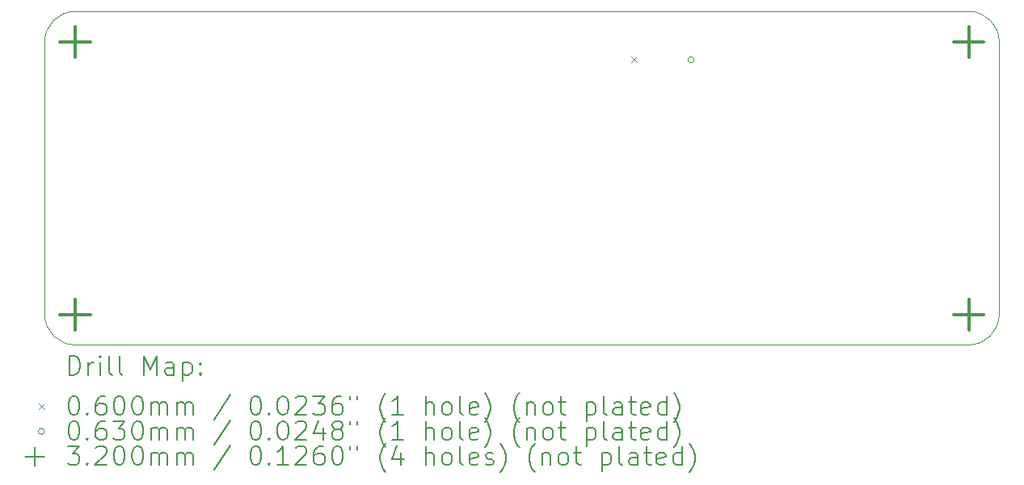
<source format=gbr>
%TF.GenerationSoftware,KiCad,Pcbnew,9.0.2+1*%
%TF.CreationDate,2025-05-31T23:41:08+01:00*%
%TF.ProjectId,OBC,4f42432e-6b69-4636-9164-5f7063625858,rev?*%
%TF.SameCoordinates,Original*%
%TF.FileFunction,Drillmap*%
%TF.FilePolarity,Positive*%
%FSLAX45Y45*%
G04 Gerber Fmt 4.5, Leading zero omitted, Abs format (unit mm)*
G04 Created by KiCad (PCBNEW 9.0.2+1) date 2025-05-31 23:41:08*
%MOMM*%
%LPD*%
G01*
G04 APERTURE LIST*
%ADD10C,0.050000*%
%ADD11C,0.200000*%
%ADD12C,0.100000*%
%ADD13C,0.320000*%
G04 APERTURE END LIST*
D10*
X10338000Y-10181000D02*
X19698000Y-10181000D01*
X10018000Y-7001000D02*
X10018000Y-9861000D01*
X19698000Y-6681000D02*
G75*
G02*
X20018000Y-7001000I0J-320000D01*
G01*
X20018000Y-7001000D02*
X20018000Y-9861000D01*
X20018000Y-9861000D02*
G75*
G02*
X19698000Y-10181000I-320000J0D01*
G01*
X10018000Y-7001000D02*
G75*
G02*
X10338000Y-6681000I320000J0D01*
G01*
X10338000Y-10181000D02*
G75*
G02*
X10018000Y-9861000I0J320000D01*
G01*
X19698000Y-6681000D02*
X10338000Y-6681000D01*
D11*
D12*
X16158925Y-7157250D02*
X16218925Y-7217250D01*
X16218925Y-7157250D02*
X16158925Y-7217250D01*
X16820425Y-7187250D02*
G75*
G02*
X16757425Y-7187250I-31500J0D01*
G01*
X16757425Y-7187250D02*
G75*
G02*
X16820425Y-7187250I31500J0D01*
G01*
D13*
X10338000Y-6841000D02*
X10338000Y-7161000D01*
X10178000Y-7001000D02*
X10498000Y-7001000D01*
X10338000Y-9701000D02*
X10338000Y-10021000D01*
X10178000Y-9861000D02*
X10498000Y-9861000D01*
X19698000Y-6841000D02*
X19698000Y-7161000D01*
X19538000Y-7001000D02*
X19858000Y-7001000D01*
X19698000Y-9701000D02*
X19698000Y-10021000D01*
X19538000Y-9861000D02*
X19858000Y-9861000D01*
D11*
X10276277Y-10494984D02*
X10276277Y-10294984D01*
X10276277Y-10294984D02*
X10323896Y-10294984D01*
X10323896Y-10294984D02*
X10352467Y-10304508D01*
X10352467Y-10304508D02*
X10371515Y-10323555D01*
X10371515Y-10323555D02*
X10381039Y-10342603D01*
X10381039Y-10342603D02*
X10390563Y-10380698D01*
X10390563Y-10380698D02*
X10390563Y-10409270D01*
X10390563Y-10409270D02*
X10381039Y-10447365D01*
X10381039Y-10447365D02*
X10371515Y-10466412D01*
X10371515Y-10466412D02*
X10352467Y-10485460D01*
X10352467Y-10485460D02*
X10323896Y-10494984D01*
X10323896Y-10494984D02*
X10276277Y-10494984D01*
X10476277Y-10494984D02*
X10476277Y-10361650D01*
X10476277Y-10399746D02*
X10485801Y-10380698D01*
X10485801Y-10380698D02*
X10495324Y-10371174D01*
X10495324Y-10371174D02*
X10514372Y-10361650D01*
X10514372Y-10361650D02*
X10533420Y-10361650D01*
X10600086Y-10494984D02*
X10600086Y-10361650D01*
X10600086Y-10294984D02*
X10590563Y-10304508D01*
X10590563Y-10304508D02*
X10600086Y-10314031D01*
X10600086Y-10314031D02*
X10609610Y-10304508D01*
X10609610Y-10304508D02*
X10600086Y-10294984D01*
X10600086Y-10294984D02*
X10600086Y-10314031D01*
X10723896Y-10494984D02*
X10704848Y-10485460D01*
X10704848Y-10485460D02*
X10695324Y-10466412D01*
X10695324Y-10466412D02*
X10695324Y-10294984D01*
X10828658Y-10494984D02*
X10809610Y-10485460D01*
X10809610Y-10485460D02*
X10800086Y-10466412D01*
X10800086Y-10466412D02*
X10800086Y-10294984D01*
X11057229Y-10494984D02*
X11057229Y-10294984D01*
X11057229Y-10294984D02*
X11123896Y-10437841D01*
X11123896Y-10437841D02*
X11190562Y-10294984D01*
X11190562Y-10294984D02*
X11190562Y-10494984D01*
X11371515Y-10494984D02*
X11371515Y-10390222D01*
X11371515Y-10390222D02*
X11361991Y-10371174D01*
X11361991Y-10371174D02*
X11342943Y-10361650D01*
X11342943Y-10361650D02*
X11304848Y-10361650D01*
X11304848Y-10361650D02*
X11285801Y-10371174D01*
X11371515Y-10485460D02*
X11352467Y-10494984D01*
X11352467Y-10494984D02*
X11304848Y-10494984D01*
X11304848Y-10494984D02*
X11285801Y-10485460D01*
X11285801Y-10485460D02*
X11276277Y-10466412D01*
X11276277Y-10466412D02*
X11276277Y-10447365D01*
X11276277Y-10447365D02*
X11285801Y-10428317D01*
X11285801Y-10428317D02*
X11304848Y-10418793D01*
X11304848Y-10418793D02*
X11352467Y-10418793D01*
X11352467Y-10418793D02*
X11371515Y-10409270D01*
X11466753Y-10361650D02*
X11466753Y-10561650D01*
X11466753Y-10371174D02*
X11485801Y-10361650D01*
X11485801Y-10361650D02*
X11523896Y-10361650D01*
X11523896Y-10361650D02*
X11542943Y-10371174D01*
X11542943Y-10371174D02*
X11552467Y-10380698D01*
X11552467Y-10380698D02*
X11561991Y-10399746D01*
X11561991Y-10399746D02*
X11561991Y-10456889D01*
X11561991Y-10456889D02*
X11552467Y-10475936D01*
X11552467Y-10475936D02*
X11542943Y-10485460D01*
X11542943Y-10485460D02*
X11523896Y-10494984D01*
X11523896Y-10494984D02*
X11485801Y-10494984D01*
X11485801Y-10494984D02*
X11466753Y-10485460D01*
X11647705Y-10475936D02*
X11657229Y-10485460D01*
X11657229Y-10485460D02*
X11647705Y-10494984D01*
X11647705Y-10494984D02*
X11638182Y-10485460D01*
X11638182Y-10485460D02*
X11647705Y-10475936D01*
X11647705Y-10475936D02*
X11647705Y-10494984D01*
X11647705Y-10371174D02*
X11657229Y-10380698D01*
X11657229Y-10380698D02*
X11647705Y-10390222D01*
X11647705Y-10390222D02*
X11638182Y-10380698D01*
X11638182Y-10380698D02*
X11647705Y-10371174D01*
X11647705Y-10371174D02*
X11647705Y-10390222D01*
D12*
X9955500Y-10793500D02*
X10015500Y-10853500D01*
X10015500Y-10793500D02*
X9955500Y-10853500D01*
D11*
X10314372Y-10714984D02*
X10333420Y-10714984D01*
X10333420Y-10714984D02*
X10352467Y-10724508D01*
X10352467Y-10724508D02*
X10361991Y-10734031D01*
X10361991Y-10734031D02*
X10371515Y-10753079D01*
X10371515Y-10753079D02*
X10381039Y-10791174D01*
X10381039Y-10791174D02*
X10381039Y-10838793D01*
X10381039Y-10838793D02*
X10371515Y-10876889D01*
X10371515Y-10876889D02*
X10361991Y-10895936D01*
X10361991Y-10895936D02*
X10352467Y-10905460D01*
X10352467Y-10905460D02*
X10333420Y-10914984D01*
X10333420Y-10914984D02*
X10314372Y-10914984D01*
X10314372Y-10914984D02*
X10295324Y-10905460D01*
X10295324Y-10905460D02*
X10285801Y-10895936D01*
X10285801Y-10895936D02*
X10276277Y-10876889D01*
X10276277Y-10876889D02*
X10266753Y-10838793D01*
X10266753Y-10838793D02*
X10266753Y-10791174D01*
X10266753Y-10791174D02*
X10276277Y-10753079D01*
X10276277Y-10753079D02*
X10285801Y-10734031D01*
X10285801Y-10734031D02*
X10295324Y-10724508D01*
X10295324Y-10724508D02*
X10314372Y-10714984D01*
X10466753Y-10895936D02*
X10476277Y-10905460D01*
X10476277Y-10905460D02*
X10466753Y-10914984D01*
X10466753Y-10914984D02*
X10457229Y-10905460D01*
X10457229Y-10905460D02*
X10466753Y-10895936D01*
X10466753Y-10895936D02*
X10466753Y-10914984D01*
X10647705Y-10714984D02*
X10609610Y-10714984D01*
X10609610Y-10714984D02*
X10590563Y-10724508D01*
X10590563Y-10724508D02*
X10581039Y-10734031D01*
X10581039Y-10734031D02*
X10561991Y-10762603D01*
X10561991Y-10762603D02*
X10552467Y-10800698D01*
X10552467Y-10800698D02*
X10552467Y-10876889D01*
X10552467Y-10876889D02*
X10561991Y-10895936D01*
X10561991Y-10895936D02*
X10571515Y-10905460D01*
X10571515Y-10905460D02*
X10590563Y-10914984D01*
X10590563Y-10914984D02*
X10628658Y-10914984D01*
X10628658Y-10914984D02*
X10647705Y-10905460D01*
X10647705Y-10905460D02*
X10657229Y-10895936D01*
X10657229Y-10895936D02*
X10666753Y-10876889D01*
X10666753Y-10876889D02*
X10666753Y-10829270D01*
X10666753Y-10829270D02*
X10657229Y-10810222D01*
X10657229Y-10810222D02*
X10647705Y-10800698D01*
X10647705Y-10800698D02*
X10628658Y-10791174D01*
X10628658Y-10791174D02*
X10590563Y-10791174D01*
X10590563Y-10791174D02*
X10571515Y-10800698D01*
X10571515Y-10800698D02*
X10561991Y-10810222D01*
X10561991Y-10810222D02*
X10552467Y-10829270D01*
X10790563Y-10714984D02*
X10809610Y-10714984D01*
X10809610Y-10714984D02*
X10828658Y-10724508D01*
X10828658Y-10724508D02*
X10838182Y-10734031D01*
X10838182Y-10734031D02*
X10847705Y-10753079D01*
X10847705Y-10753079D02*
X10857229Y-10791174D01*
X10857229Y-10791174D02*
X10857229Y-10838793D01*
X10857229Y-10838793D02*
X10847705Y-10876889D01*
X10847705Y-10876889D02*
X10838182Y-10895936D01*
X10838182Y-10895936D02*
X10828658Y-10905460D01*
X10828658Y-10905460D02*
X10809610Y-10914984D01*
X10809610Y-10914984D02*
X10790563Y-10914984D01*
X10790563Y-10914984D02*
X10771515Y-10905460D01*
X10771515Y-10905460D02*
X10761991Y-10895936D01*
X10761991Y-10895936D02*
X10752467Y-10876889D01*
X10752467Y-10876889D02*
X10742944Y-10838793D01*
X10742944Y-10838793D02*
X10742944Y-10791174D01*
X10742944Y-10791174D02*
X10752467Y-10753079D01*
X10752467Y-10753079D02*
X10761991Y-10734031D01*
X10761991Y-10734031D02*
X10771515Y-10724508D01*
X10771515Y-10724508D02*
X10790563Y-10714984D01*
X10981039Y-10714984D02*
X11000086Y-10714984D01*
X11000086Y-10714984D02*
X11019134Y-10724508D01*
X11019134Y-10724508D02*
X11028658Y-10734031D01*
X11028658Y-10734031D02*
X11038182Y-10753079D01*
X11038182Y-10753079D02*
X11047705Y-10791174D01*
X11047705Y-10791174D02*
X11047705Y-10838793D01*
X11047705Y-10838793D02*
X11038182Y-10876889D01*
X11038182Y-10876889D02*
X11028658Y-10895936D01*
X11028658Y-10895936D02*
X11019134Y-10905460D01*
X11019134Y-10905460D02*
X11000086Y-10914984D01*
X11000086Y-10914984D02*
X10981039Y-10914984D01*
X10981039Y-10914984D02*
X10961991Y-10905460D01*
X10961991Y-10905460D02*
X10952467Y-10895936D01*
X10952467Y-10895936D02*
X10942944Y-10876889D01*
X10942944Y-10876889D02*
X10933420Y-10838793D01*
X10933420Y-10838793D02*
X10933420Y-10791174D01*
X10933420Y-10791174D02*
X10942944Y-10753079D01*
X10942944Y-10753079D02*
X10952467Y-10734031D01*
X10952467Y-10734031D02*
X10961991Y-10724508D01*
X10961991Y-10724508D02*
X10981039Y-10714984D01*
X11133420Y-10914984D02*
X11133420Y-10781650D01*
X11133420Y-10800698D02*
X11142944Y-10791174D01*
X11142944Y-10791174D02*
X11161991Y-10781650D01*
X11161991Y-10781650D02*
X11190563Y-10781650D01*
X11190563Y-10781650D02*
X11209610Y-10791174D01*
X11209610Y-10791174D02*
X11219134Y-10810222D01*
X11219134Y-10810222D02*
X11219134Y-10914984D01*
X11219134Y-10810222D02*
X11228658Y-10791174D01*
X11228658Y-10791174D02*
X11247705Y-10781650D01*
X11247705Y-10781650D02*
X11276277Y-10781650D01*
X11276277Y-10781650D02*
X11295324Y-10791174D01*
X11295324Y-10791174D02*
X11304848Y-10810222D01*
X11304848Y-10810222D02*
X11304848Y-10914984D01*
X11400086Y-10914984D02*
X11400086Y-10781650D01*
X11400086Y-10800698D02*
X11409610Y-10791174D01*
X11409610Y-10791174D02*
X11428658Y-10781650D01*
X11428658Y-10781650D02*
X11457229Y-10781650D01*
X11457229Y-10781650D02*
X11476277Y-10791174D01*
X11476277Y-10791174D02*
X11485801Y-10810222D01*
X11485801Y-10810222D02*
X11485801Y-10914984D01*
X11485801Y-10810222D02*
X11495324Y-10791174D01*
X11495324Y-10791174D02*
X11514372Y-10781650D01*
X11514372Y-10781650D02*
X11542943Y-10781650D01*
X11542943Y-10781650D02*
X11561991Y-10791174D01*
X11561991Y-10791174D02*
X11571515Y-10810222D01*
X11571515Y-10810222D02*
X11571515Y-10914984D01*
X11961991Y-10705460D02*
X11790563Y-10962603D01*
X12219134Y-10714984D02*
X12238182Y-10714984D01*
X12238182Y-10714984D02*
X12257229Y-10724508D01*
X12257229Y-10724508D02*
X12266753Y-10734031D01*
X12266753Y-10734031D02*
X12276277Y-10753079D01*
X12276277Y-10753079D02*
X12285801Y-10791174D01*
X12285801Y-10791174D02*
X12285801Y-10838793D01*
X12285801Y-10838793D02*
X12276277Y-10876889D01*
X12276277Y-10876889D02*
X12266753Y-10895936D01*
X12266753Y-10895936D02*
X12257229Y-10905460D01*
X12257229Y-10905460D02*
X12238182Y-10914984D01*
X12238182Y-10914984D02*
X12219134Y-10914984D01*
X12219134Y-10914984D02*
X12200086Y-10905460D01*
X12200086Y-10905460D02*
X12190563Y-10895936D01*
X12190563Y-10895936D02*
X12181039Y-10876889D01*
X12181039Y-10876889D02*
X12171515Y-10838793D01*
X12171515Y-10838793D02*
X12171515Y-10791174D01*
X12171515Y-10791174D02*
X12181039Y-10753079D01*
X12181039Y-10753079D02*
X12190563Y-10734031D01*
X12190563Y-10734031D02*
X12200086Y-10724508D01*
X12200086Y-10724508D02*
X12219134Y-10714984D01*
X12371515Y-10895936D02*
X12381039Y-10905460D01*
X12381039Y-10905460D02*
X12371515Y-10914984D01*
X12371515Y-10914984D02*
X12361991Y-10905460D01*
X12361991Y-10905460D02*
X12371515Y-10895936D01*
X12371515Y-10895936D02*
X12371515Y-10914984D01*
X12504848Y-10714984D02*
X12523896Y-10714984D01*
X12523896Y-10714984D02*
X12542944Y-10724508D01*
X12542944Y-10724508D02*
X12552467Y-10734031D01*
X12552467Y-10734031D02*
X12561991Y-10753079D01*
X12561991Y-10753079D02*
X12571515Y-10791174D01*
X12571515Y-10791174D02*
X12571515Y-10838793D01*
X12571515Y-10838793D02*
X12561991Y-10876889D01*
X12561991Y-10876889D02*
X12552467Y-10895936D01*
X12552467Y-10895936D02*
X12542944Y-10905460D01*
X12542944Y-10905460D02*
X12523896Y-10914984D01*
X12523896Y-10914984D02*
X12504848Y-10914984D01*
X12504848Y-10914984D02*
X12485801Y-10905460D01*
X12485801Y-10905460D02*
X12476277Y-10895936D01*
X12476277Y-10895936D02*
X12466753Y-10876889D01*
X12466753Y-10876889D02*
X12457229Y-10838793D01*
X12457229Y-10838793D02*
X12457229Y-10791174D01*
X12457229Y-10791174D02*
X12466753Y-10753079D01*
X12466753Y-10753079D02*
X12476277Y-10734031D01*
X12476277Y-10734031D02*
X12485801Y-10724508D01*
X12485801Y-10724508D02*
X12504848Y-10714984D01*
X12647706Y-10734031D02*
X12657229Y-10724508D01*
X12657229Y-10724508D02*
X12676277Y-10714984D01*
X12676277Y-10714984D02*
X12723896Y-10714984D01*
X12723896Y-10714984D02*
X12742944Y-10724508D01*
X12742944Y-10724508D02*
X12752467Y-10734031D01*
X12752467Y-10734031D02*
X12761991Y-10753079D01*
X12761991Y-10753079D02*
X12761991Y-10772127D01*
X12761991Y-10772127D02*
X12752467Y-10800698D01*
X12752467Y-10800698D02*
X12638182Y-10914984D01*
X12638182Y-10914984D02*
X12761991Y-10914984D01*
X12828658Y-10714984D02*
X12952467Y-10714984D01*
X12952467Y-10714984D02*
X12885801Y-10791174D01*
X12885801Y-10791174D02*
X12914372Y-10791174D01*
X12914372Y-10791174D02*
X12933420Y-10800698D01*
X12933420Y-10800698D02*
X12942944Y-10810222D01*
X12942944Y-10810222D02*
X12952467Y-10829270D01*
X12952467Y-10829270D02*
X12952467Y-10876889D01*
X12952467Y-10876889D02*
X12942944Y-10895936D01*
X12942944Y-10895936D02*
X12933420Y-10905460D01*
X12933420Y-10905460D02*
X12914372Y-10914984D01*
X12914372Y-10914984D02*
X12857229Y-10914984D01*
X12857229Y-10914984D02*
X12838182Y-10905460D01*
X12838182Y-10905460D02*
X12828658Y-10895936D01*
X13123896Y-10714984D02*
X13085801Y-10714984D01*
X13085801Y-10714984D02*
X13066753Y-10724508D01*
X13066753Y-10724508D02*
X13057229Y-10734031D01*
X13057229Y-10734031D02*
X13038182Y-10762603D01*
X13038182Y-10762603D02*
X13028658Y-10800698D01*
X13028658Y-10800698D02*
X13028658Y-10876889D01*
X13028658Y-10876889D02*
X13038182Y-10895936D01*
X13038182Y-10895936D02*
X13047706Y-10905460D01*
X13047706Y-10905460D02*
X13066753Y-10914984D01*
X13066753Y-10914984D02*
X13104848Y-10914984D01*
X13104848Y-10914984D02*
X13123896Y-10905460D01*
X13123896Y-10905460D02*
X13133420Y-10895936D01*
X13133420Y-10895936D02*
X13142944Y-10876889D01*
X13142944Y-10876889D02*
X13142944Y-10829270D01*
X13142944Y-10829270D02*
X13133420Y-10810222D01*
X13133420Y-10810222D02*
X13123896Y-10800698D01*
X13123896Y-10800698D02*
X13104848Y-10791174D01*
X13104848Y-10791174D02*
X13066753Y-10791174D01*
X13066753Y-10791174D02*
X13047706Y-10800698D01*
X13047706Y-10800698D02*
X13038182Y-10810222D01*
X13038182Y-10810222D02*
X13028658Y-10829270D01*
X13219134Y-10714984D02*
X13219134Y-10753079D01*
X13295325Y-10714984D02*
X13295325Y-10753079D01*
X13590563Y-10991174D02*
X13581039Y-10981650D01*
X13581039Y-10981650D02*
X13561991Y-10953079D01*
X13561991Y-10953079D02*
X13552468Y-10934031D01*
X13552468Y-10934031D02*
X13542944Y-10905460D01*
X13542944Y-10905460D02*
X13533420Y-10857841D01*
X13533420Y-10857841D02*
X13533420Y-10819746D01*
X13533420Y-10819746D02*
X13542944Y-10772127D01*
X13542944Y-10772127D02*
X13552468Y-10743555D01*
X13552468Y-10743555D02*
X13561991Y-10724508D01*
X13561991Y-10724508D02*
X13581039Y-10695936D01*
X13581039Y-10695936D02*
X13590563Y-10686412D01*
X13771515Y-10914984D02*
X13657229Y-10914984D01*
X13714372Y-10914984D02*
X13714372Y-10714984D01*
X13714372Y-10714984D02*
X13695325Y-10743555D01*
X13695325Y-10743555D02*
X13676277Y-10762603D01*
X13676277Y-10762603D02*
X13657229Y-10772127D01*
X14009610Y-10914984D02*
X14009610Y-10714984D01*
X14095325Y-10914984D02*
X14095325Y-10810222D01*
X14095325Y-10810222D02*
X14085801Y-10791174D01*
X14085801Y-10791174D02*
X14066753Y-10781650D01*
X14066753Y-10781650D02*
X14038182Y-10781650D01*
X14038182Y-10781650D02*
X14019134Y-10791174D01*
X14019134Y-10791174D02*
X14009610Y-10800698D01*
X14219134Y-10914984D02*
X14200087Y-10905460D01*
X14200087Y-10905460D02*
X14190563Y-10895936D01*
X14190563Y-10895936D02*
X14181039Y-10876889D01*
X14181039Y-10876889D02*
X14181039Y-10819746D01*
X14181039Y-10819746D02*
X14190563Y-10800698D01*
X14190563Y-10800698D02*
X14200087Y-10791174D01*
X14200087Y-10791174D02*
X14219134Y-10781650D01*
X14219134Y-10781650D02*
X14247706Y-10781650D01*
X14247706Y-10781650D02*
X14266753Y-10791174D01*
X14266753Y-10791174D02*
X14276277Y-10800698D01*
X14276277Y-10800698D02*
X14285801Y-10819746D01*
X14285801Y-10819746D02*
X14285801Y-10876889D01*
X14285801Y-10876889D02*
X14276277Y-10895936D01*
X14276277Y-10895936D02*
X14266753Y-10905460D01*
X14266753Y-10905460D02*
X14247706Y-10914984D01*
X14247706Y-10914984D02*
X14219134Y-10914984D01*
X14400087Y-10914984D02*
X14381039Y-10905460D01*
X14381039Y-10905460D02*
X14371515Y-10886412D01*
X14371515Y-10886412D02*
X14371515Y-10714984D01*
X14552468Y-10905460D02*
X14533420Y-10914984D01*
X14533420Y-10914984D02*
X14495325Y-10914984D01*
X14495325Y-10914984D02*
X14476277Y-10905460D01*
X14476277Y-10905460D02*
X14466753Y-10886412D01*
X14466753Y-10886412D02*
X14466753Y-10810222D01*
X14466753Y-10810222D02*
X14476277Y-10791174D01*
X14476277Y-10791174D02*
X14495325Y-10781650D01*
X14495325Y-10781650D02*
X14533420Y-10781650D01*
X14533420Y-10781650D02*
X14552468Y-10791174D01*
X14552468Y-10791174D02*
X14561991Y-10810222D01*
X14561991Y-10810222D02*
X14561991Y-10829270D01*
X14561991Y-10829270D02*
X14466753Y-10848317D01*
X14628658Y-10991174D02*
X14638182Y-10981650D01*
X14638182Y-10981650D02*
X14657230Y-10953079D01*
X14657230Y-10953079D02*
X14666753Y-10934031D01*
X14666753Y-10934031D02*
X14676277Y-10905460D01*
X14676277Y-10905460D02*
X14685801Y-10857841D01*
X14685801Y-10857841D02*
X14685801Y-10819746D01*
X14685801Y-10819746D02*
X14676277Y-10772127D01*
X14676277Y-10772127D02*
X14666753Y-10743555D01*
X14666753Y-10743555D02*
X14657230Y-10724508D01*
X14657230Y-10724508D02*
X14638182Y-10695936D01*
X14638182Y-10695936D02*
X14628658Y-10686412D01*
X14990563Y-10991174D02*
X14981039Y-10981650D01*
X14981039Y-10981650D02*
X14961991Y-10953079D01*
X14961991Y-10953079D02*
X14952468Y-10934031D01*
X14952468Y-10934031D02*
X14942944Y-10905460D01*
X14942944Y-10905460D02*
X14933420Y-10857841D01*
X14933420Y-10857841D02*
X14933420Y-10819746D01*
X14933420Y-10819746D02*
X14942944Y-10772127D01*
X14942944Y-10772127D02*
X14952468Y-10743555D01*
X14952468Y-10743555D02*
X14961991Y-10724508D01*
X14961991Y-10724508D02*
X14981039Y-10695936D01*
X14981039Y-10695936D02*
X14990563Y-10686412D01*
X15066753Y-10781650D02*
X15066753Y-10914984D01*
X15066753Y-10800698D02*
X15076277Y-10791174D01*
X15076277Y-10791174D02*
X15095325Y-10781650D01*
X15095325Y-10781650D02*
X15123896Y-10781650D01*
X15123896Y-10781650D02*
X15142944Y-10791174D01*
X15142944Y-10791174D02*
X15152468Y-10810222D01*
X15152468Y-10810222D02*
X15152468Y-10914984D01*
X15276277Y-10914984D02*
X15257230Y-10905460D01*
X15257230Y-10905460D02*
X15247706Y-10895936D01*
X15247706Y-10895936D02*
X15238182Y-10876889D01*
X15238182Y-10876889D02*
X15238182Y-10819746D01*
X15238182Y-10819746D02*
X15247706Y-10800698D01*
X15247706Y-10800698D02*
X15257230Y-10791174D01*
X15257230Y-10791174D02*
X15276277Y-10781650D01*
X15276277Y-10781650D02*
X15304849Y-10781650D01*
X15304849Y-10781650D02*
X15323896Y-10791174D01*
X15323896Y-10791174D02*
X15333420Y-10800698D01*
X15333420Y-10800698D02*
X15342944Y-10819746D01*
X15342944Y-10819746D02*
X15342944Y-10876889D01*
X15342944Y-10876889D02*
X15333420Y-10895936D01*
X15333420Y-10895936D02*
X15323896Y-10905460D01*
X15323896Y-10905460D02*
X15304849Y-10914984D01*
X15304849Y-10914984D02*
X15276277Y-10914984D01*
X15400087Y-10781650D02*
X15476277Y-10781650D01*
X15428658Y-10714984D02*
X15428658Y-10886412D01*
X15428658Y-10886412D02*
X15438182Y-10905460D01*
X15438182Y-10905460D02*
X15457230Y-10914984D01*
X15457230Y-10914984D02*
X15476277Y-10914984D01*
X15695325Y-10781650D02*
X15695325Y-10981650D01*
X15695325Y-10791174D02*
X15714372Y-10781650D01*
X15714372Y-10781650D02*
X15752468Y-10781650D01*
X15752468Y-10781650D02*
X15771515Y-10791174D01*
X15771515Y-10791174D02*
X15781039Y-10800698D01*
X15781039Y-10800698D02*
X15790563Y-10819746D01*
X15790563Y-10819746D02*
X15790563Y-10876889D01*
X15790563Y-10876889D02*
X15781039Y-10895936D01*
X15781039Y-10895936D02*
X15771515Y-10905460D01*
X15771515Y-10905460D02*
X15752468Y-10914984D01*
X15752468Y-10914984D02*
X15714372Y-10914984D01*
X15714372Y-10914984D02*
X15695325Y-10905460D01*
X15904849Y-10914984D02*
X15885801Y-10905460D01*
X15885801Y-10905460D02*
X15876277Y-10886412D01*
X15876277Y-10886412D02*
X15876277Y-10714984D01*
X16066753Y-10914984D02*
X16066753Y-10810222D01*
X16066753Y-10810222D02*
X16057230Y-10791174D01*
X16057230Y-10791174D02*
X16038182Y-10781650D01*
X16038182Y-10781650D02*
X16000087Y-10781650D01*
X16000087Y-10781650D02*
X15981039Y-10791174D01*
X16066753Y-10905460D02*
X16047706Y-10914984D01*
X16047706Y-10914984D02*
X16000087Y-10914984D01*
X16000087Y-10914984D02*
X15981039Y-10905460D01*
X15981039Y-10905460D02*
X15971515Y-10886412D01*
X15971515Y-10886412D02*
X15971515Y-10867365D01*
X15971515Y-10867365D02*
X15981039Y-10848317D01*
X15981039Y-10848317D02*
X16000087Y-10838793D01*
X16000087Y-10838793D02*
X16047706Y-10838793D01*
X16047706Y-10838793D02*
X16066753Y-10829270D01*
X16133420Y-10781650D02*
X16209611Y-10781650D01*
X16161992Y-10714984D02*
X16161992Y-10886412D01*
X16161992Y-10886412D02*
X16171515Y-10905460D01*
X16171515Y-10905460D02*
X16190563Y-10914984D01*
X16190563Y-10914984D02*
X16209611Y-10914984D01*
X16352468Y-10905460D02*
X16333420Y-10914984D01*
X16333420Y-10914984D02*
X16295325Y-10914984D01*
X16295325Y-10914984D02*
X16276277Y-10905460D01*
X16276277Y-10905460D02*
X16266753Y-10886412D01*
X16266753Y-10886412D02*
X16266753Y-10810222D01*
X16266753Y-10810222D02*
X16276277Y-10791174D01*
X16276277Y-10791174D02*
X16295325Y-10781650D01*
X16295325Y-10781650D02*
X16333420Y-10781650D01*
X16333420Y-10781650D02*
X16352468Y-10791174D01*
X16352468Y-10791174D02*
X16361992Y-10810222D01*
X16361992Y-10810222D02*
X16361992Y-10829270D01*
X16361992Y-10829270D02*
X16266753Y-10848317D01*
X16533420Y-10914984D02*
X16533420Y-10714984D01*
X16533420Y-10905460D02*
X16514373Y-10914984D01*
X16514373Y-10914984D02*
X16476277Y-10914984D01*
X16476277Y-10914984D02*
X16457230Y-10905460D01*
X16457230Y-10905460D02*
X16447706Y-10895936D01*
X16447706Y-10895936D02*
X16438182Y-10876889D01*
X16438182Y-10876889D02*
X16438182Y-10819746D01*
X16438182Y-10819746D02*
X16447706Y-10800698D01*
X16447706Y-10800698D02*
X16457230Y-10791174D01*
X16457230Y-10791174D02*
X16476277Y-10781650D01*
X16476277Y-10781650D02*
X16514373Y-10781650D01*
X16514373Y-10781650D02*
X16533420Y-10791174D01*
X16609611Y-10991174D02*
X16619134Y-10981650D01*
X16619134Y-10981650D02*
X16638182Y-10953079D01*
X16638182Y-10953079D02*
X16647706Y-10934031D01*
X16647706Y-10934031D02*
X16657230Y-10905460D01*
X16657230Y-10905460D02*
X16666753Y-10857841D01*
X16666753Y-10857841D02*
X16666753Y-10819746D01*
X16666753Y-10819746D02*
X16657230Y-10772127D01*
X16657230Y-10772127D02*
X16647706Y-10743555D01*
X16647706Y-10743555D02*
X16638182Y-10724508D01*
X16638182Y-10724508D02*
X16619134Y-10695936D01*
X16619134Y-10695936D02*
X16609611Y-10686412D01*
D12*
X10015500Y-11087500D02*
G75*
G02*
X9952500Y-11087500I-31500J0D01*
G01*
X9952500Y-11087500D02*
G75*
G02*
X10015500Y-11087500I31500J0D01*
G01*
D11*
X10314372Y-10978984D02*
X10333420Y-10978984D01*
X10333420Y-10978984D02*
X10352467Y-10988508D01*
X10352467Y-10988508D02*
X10361991Y-10998031D01*
X10361991Y-10998031D02*
X10371515Y-11017079D01*
X10371515Y-11017079D02*
X10381039Y-11055174D01*
X10381039Y-11055174D02*
X10381039Y-11102793D01*
X10381039Y-11102793D02*
X10371515Y-11140889D01*
X10371515Y-11140889D02*
X10361991Y-11159936D01*
X10361991Y-11159936D02*
X10352467Y-11169460D01*
X10352467Y-11169460D02*
X10333420Y-11178984D01*
X10333420Y-11178984D02*
X10314372Y-11178984D01*
X10314372Y-11178984D02*
X10295324Y-11169460D01*
X10295324Y-11169460D02*
X10285801Y-11159936D01*
X10285801Y-11159936D02*
X10276277Y-11140889D01*
X10276277Y-11140889D02*
X10266753Y-11102793D01*
X10266753Y-11102793D02*
X10266753Y-11055174D01*
X10266753Y-11055174D02*
X10276277Y-11017079D01*
X10276277Y-11017079D02*
X10285801Y-10998031D01*
X10285801Y-10998031D02*
X10295324Y-10988508D01*
X10295324Y-10988508D02*
X10314372Y-10978984D01*
X10466753Y-11159936D02*
X10476277Y-11169460D01*
X10476277Y-11169460D02*
X10466753Y-11178984D01*
X10466753Y-11178984D02*
X10457229Y-11169460D01*
X10457229Y-11169460D02*
X10466753Y-11159936D01*
X10466753Y-11159936D02*
X10466753Y-11178984D01*
X10647705Y-10978984D02*
X10609610Y-10978984D01*
X10609610Y-10978984D02*
X10590563Y-10988508D01*
X10590563Y-10988508D02*
X10581039Y-10998031D01*
X10581039Y-10998031D02*
X10561991Y-11026603D01*
X10561991Y-11026603D02*
X10552467Y-11064698D01*
X10552467Y-11064698D02*
X10552467Y-11140889D01*
X10552467Y-11140889D02*
X10561991Y-11159936D01*
X10561991Y-11159936D02*
X10571515Y-11169460D01*
X10571515Y-11169460D02*
X10590563Y-11178984D01*
X10590563Y-11178984D02*
X10628658Y-11178984D01*
X10628658Y-11178984D02*
X10647705Y-11169460D01*
X10647705Y-11169460D02*
X10657229Y-11159936D01*
X10657229Y-11159936D02*
X10666753Y-11140889D01*
X10666753Y-11140889D02*
X10666753Y-11093270D01*
X10666753Y-11093270D02*
X10657229Y-11074222D01*
X10657229Y-11074222D02*
X10647705Y-11064698D01*
X10647705Y-11064698D02*
X10628658Y-11055174D01*
X10628658Y-11055174D02*
X10590563Y-11055174D01*
X10590563Y-11055174D02*
X10571515Y-11064698D01*
X10571515Y-11064698D02*
X10561991Y-11074222D01*
X10561991Y-11074222D02*
X10552467Y-11093270D01*
X10733420Y-10978984D02*
X10857229Y-10978984D01*
X10857229Y-10978984D02*
X10790563Y-11055174D01*
X10790563Y-11055174D02*
X10819134Y-11055174D01*
X10819134Y-11055174D02*
X10838182Y-11064698D01*
X10838182Y-11064698D02*
X10847705Y-11074222D01*
X10847705Y-11074222D02*
X10857229Y-11093270D01*
X10857229Y-11093270D02*
X10857229Y-11140889D01*
X10857229Y-11140889D02*
X10847705Y-11159936D01*
X10847705Y-11159936D02*
X10838182Y-11169460D01*
X10838182Y-11169460D02*
X10819134Y-11178984D01*
X10819134Y-11178984D02*
X10761991Y-11178984D01*
X10761991Y-11178984D02*
X10742944Y-11169460D01*
X10742944Y-11169460D02*
X10733420Y-11159936D01*
X10981039Y-10978984D02*
X11000086Y-10978984D01*
X11000086Y-10978984D02*
X11019134Y-10988508D01*
X11019134Y-10988508D02*
X11028658Y-10998031D01*
X11028658Y-10998031D02*
X11038182Y-11017079D01*
X11038182Y-11017079D02*
X11047705Y-11055174D01*
X11047705Y-11055174D02*
X11047705Y-11102793D01*
X11047705Y-11102793D02*
X11038182Y-11140889D01*
X11038182Y-11140889D02*
X11028658Y-11159936D01*
X11028658Y-11159936D02*
X11019134Y-11169460D01*
X11019134Y-11169460D02*
X11000086Y-11178984D01*
X11000086Y-11178984D02*
X10981039Y-11178984D01*
X10981039Y-11178984D02*
X10961991Y-11169460D01*
X10961991Y-11169460D02*
X10952467Y-11159936D01*
X10952467Y-11159936D02*
X10942944Y-11140889D01*
X10942944Y-11140889D02*
X10933420Y-11102793D01*
X10933420Y-11102793D02*
X10933420Y-11055174D01*
X10933420Y-11055174D02*
X10942944Y-11017079D01*
X10942944Y-11017079D02*
X10952467Y-10998031D01*
X10952467Y-10998031D02*
X10961991Y-10988508D01*
X10961991Y-10988508D02*
X10981039Y-10978984D01*
X11133420Y-11178984D02*
X11133420Y-11045650D01*
X11133420Y-11064698D02*
X11142944Y-11055174D01*
X11142944Y-11055174D02*
X11161991Y-11045650D01*
X11161991Y-11045650D02*
X11190563Y-11045650D01*
X11190563Y-11045650D02*
X11209610Y-11055174D01*
X11209610Y-11055174D02*
X11219134Y-11074222D01*
X11219134Y-11074222D02*
X11219134Y-11178984D01*
X11219134Y-11074222D02*
X11228658Y-11055174D01*
X11228658Y-11055174D02*
X11247705Y-11045650D01*
X11247705Y-11045650D02*
X11276277Y-11045650D01*
X11276277Y-11045650D02*
X11295324Y-11055174D01*
X11295324Y-11055174D02*
X11304848Y-11074222D01*
X11304848Y-11074222D02*
X11304848Y-11178984D01*
X11400086Y-11178984D02*
X11400086Y-11045650D01*
X11400086Y-11064698D02*
X11409610Y-11055174D01*
X11409610Y-11055174D02*
X11428658Y-11045650D01*
X11428658Y-11045650D02*
X11457229Y-11045650D01*
X11457229Y-11045650D02*
X11476277Y-11055174D01*
X11476277Y-11055174D02*
X11485801Y-11074222D01*
X11485801Y-11074222D02*
X11485801Y-11178984D01*
X11485801Y-11074222D02*
X11495324Y-11055174D01*
X11495324Y-11055174D02*
X11514372Y-11045650D01*
X11514372Y-11045650D02*
X11542943Y-11045650D01*
X11542943Y-11045650D02*
X11561991Y-11055174D01*
X11561991Y-11055174D02*
X11571515Y-11074222D01*
X11571515Y-11074222D02*
X11571515Y-11178984D01*
X11961991Y-10969460D02*
X11790563Y-11226603D01*
X12219134Y-10978984D02*
X12238182Y-10978984D01*
X12238182Y-10978984D02*
X12257229Y-10988508D01*
X12257229Y-10988508D02*
X12266753Y-10998031D01*
X12266753Y-10998031D02*
X12276277Y-11017079D01*
X12276277Y-11017079D02*
X12285801Y-11055174D01*
X12285801Y-11055174D02*
X12285801Y-11102793D01*
X12285801Y-11102793D02*
X12276277Y-11140889D01*
X12276277Y-11140889D02*
X12266753Y-11159936D01*
X12266753Y-11159936D02*
X12257229Y-11169460D01*
X12257229Y-11169460D02*
X12238182Y-11178984D01*
X12238182Y-11178984D02*
X12219134Y-11178984D01*
X12219134Y-11178984D02*
X12200086Y-11169460D01*
X12200086Y-11169460D02*
X12190563Y-11159936D01*
X12190563Y-11159936D02*
X12181039Y-11140889D01*
X12181039Y-11140889D02*
X12171515Y-11102793D01*
X12171515Y-11102793D02*
X12171515Y-11055174D01*
X12171515Y-11055174D02*
X12181039Y-11017079D01*
X12181039Y-11017079D02*
X12190563Y-10998031D01*
X12190563Y-10998031D02*
X12200086Y-10988508D01*
X12200086Y-10988508D02*
X12219134Y-10978984D01*
X12371515Y-11159936D02*
X12381039Y-11169460D01*
X12381039Y-11169460D02*
X12371515Y-11178984D01*
X12371515Y-11178984D02*
X12361991Y-11169460D01*
X12361991Y-11169460D02*
X12371515Y-11159936D01*
X12371515Y-11159936D02*
X12371515Y-11178984D01*
X12504848Y-10978984D02*
X12523896Y-10978984D01*
X12523896Y-10978984D02*
X12542944Y-10988508D01*
X12542944Y-10988508D02*
X12552467Y-10998031D01*
X12552467Y-10998031D02*
X12561991Y-11017079D01*
X12561991Y-11017079D02*
X12571515Y-11055174D01*
X12571515Y-11055174D02*
X12571515Y-11102793D01*
X12571515Y-11102793D02*
X12561991Y-11140889D01*
X12561991Y-11140889D02*
X12552467Y-11159936D01*
X12552467Y-11159936D02*
X12542944Y-11169460D01*
X12542944Y-11169460D02*
X12523896Y-11178984D01*
X12523896Y-11178984D02*
X12504848Y-11178984D01*
X12504848Y-11178984D02*
X12485801Y-11169460D01*
X12485801Y-11169460D02*
X12476277Y-11159936D01*
X12476277Y-11159936D02*
X12466753Y-11140889D01*
X12466753Y-11140889D02*
X12457229Y-11102793D01*
X12457229Y-11102793D02*
X12457229Y-11055174D01*
X12457229Y-11055174D02*
X12466753Y-11017079D01*
X12466753Y-11017079D02*
X12476277Y-10998031D01*
X12476277Y-10998031D02*
X12485801Y-10988508D01*
X12485801Y-10988508D02*
X12504848Y-10978984D01*
X12647706Y-10998031D02*
X12657229Y-10988508D01*
X12657229Y-10988508D02*
X12676277Y-10978984D01*
X12676277Y-10978984D02*
X12723896Y-10978984D01*
X12723896Y-10978984D02*
X12742944Y-10988508D01*
X12742944Y-10988508D02*
X12752467Y-10998031D01*
X12752467Y-10998031D02*
X12761991Y-11017079D01*
X12761991Y-11017079D02*
X12761991Y-11036127D01*
X12761991Y-11036127D02*
X12752467Y-11064698D01*
X12752467Y-11064698D02*
X12638182Y-11178984D01*
X12638182Y-11178984D02*
X12761991Y-11178984D01*
X12933420Y-11045650D02*
X12933420Y-11178984D01*
X12885801Y-10969460D02*
X12838182Y-11112317D01*
X12838182Y-11112317D02*
X12961991Y-11112317D01*
X13066753Y-11064698D02*
X13047706Y-11055174D01*
X13047706Y-11055174D02*
X13038182Y-11045650D01*
X13038182Y-11045650D02*
X13028658Y-11026603D01*
X13028658Y-11026603D02*
X13028658Y-11017079D01*
X13028658Y-11017079D02*
X13038182Y-10998031D01*
X13038182Y-10998031D02*
X13047706Y-10988508D01*
X13047706Y-10988508D02*
X13066753Y-10978984D01*
X13066753Y-10978984D02*
X13104848Y-10978984D01*
X13104848Y-10978984D02*
X13123896Y-10988508D01*
X13123896Y-10988508D02*
X13133420Y-10998031D01*
X13133420Y-10998031D02*
X13142944Y-11017079D01*
X13142944Y-11017079D02*
X13142944Y-11026603D01*
X13142944Y-11026603D02*
X13133420Y-11045650D01*
X13133420Y-11045650D02*
X13123896Y-11055174D01*
X13123896Y-11055174D02*
X13104848Y-11064698D01*
X13104848Y-11064698D02*
X13066753Y-11064698D01*
X13066753Y-11064698D02*
X13047706Y-11074222D01*
X13047706Y-11074222D02*
X13038182Y-11083746D01*
X13038182Y-11083746D02*
X13028658Y-11102793D01*
X13028658Y-11102793D02*
X13028658Y-11140889D01*
X13028658Y-11140889D02*
X13038182Y-11159936D01*
X13038182Y-11159936D02*
X13047706Y-11169460D01*
X13047706Y-11169460D02*
X13066753Y-11178984D01*
X13066753Y-11178984D02*
X13104848Y-11178984D01*
X13104848Y-11178984D02*
X13123896Y-11169460D01*
X13123896Y-11169460D02*
X13133420Y-11159936D01*
X13133420Y-11159936D02*
X13142944Y-11140889D01*
X13142944Y-11140889D02*
X13142944Y-11102793D01*
X13142944Y-11102793D02*
X13133420Y-11083746D01*
X13133420Y-11083746D02*
X13123896Y-11074222D01*
X13123896Y-11074222D02*
X13104848Y-11064698D01*
X13219134Y-10978984D02*
X13219134Y-11017079D01*
X13295325Y-10978984D02*
X13295325Y-11017079D01*
X13590563Y-11255174D02*
X13581039Y-11245650D01*
X13581039Y-11245650D02*
X13561991Y-11217079D01*
X13561991Y-11217079D02*
X13552468Y-11198031D01*
X13552468Y-11198031D02*
X13542944Y-11169460D01*
X13542944Y-11169460D02*
X13533420Y-11121841D01*
X13533420Y-11121841D02*
X13533420Y-11083746D01*
X13533420Y-11083746D02*
X13542944Y-11036127D01*
X13542944Y-11036127D02*
X13552468Y-11007555D01*
X13552468Y-11007555D02*
X13561991Y-10988508D01*
X13561991Y-10988508D02*
X13581039Y-10959936D01*
X13581039Y-10959936D02*
X13590563Y-10950412D01*
X13771515Y-11178984D02*
X13657229Y-11178984D01*
X13714372Y-11178984D02*
X13714372Y-10978984D01*
X13714372Y-10978984D02*
X13695325Y-11007555D01*
X13695325Y-11007555D02*
X13676277Y-11026603D01*
X13676277Y-11026603D02*
X13657229Y-11036127D01*
X14009610Y-11178984D02*
X14009610Y-10978984D01*
X14095325Y-11178984D02*
X14095325Y-11074222D01*
X14095325Y-11074222D02*
X14085801Y-11055174D01*
X14085801Y-11055174D02*
X14066753Y-11045650D01*
X14066753Y-11045650D02*
X14038182Y-11045650D01*
X14038182Y-11045650D02*
X14019134Y-11055174D01*
X14019134Y-11055174D02*
X14009610Y-11064698D01*
X14219134Y-11178984D02*
X14200087Y-11169460D01*
X14200087Y-11169460D02*
X14190563Y-11159936D01*
X14190563Y-11159936D02*
X14181039Y-11140889D01*
X14181039Y-11140889D02*
X14181039Y-11083746D01*
X14181039Y-11083746D02*
X14190563Y-11064698D01*
X14190563Y-11064698D02*
X14200087Y-11055174D01*
X14200087Y-11055174D02*
X14219134Y-11045650D01*
X14219134Y-11045650D02*
X14247706Y-11045650D01*
X14247706Y-11045650D02*
X14266753Y-11055174D01*
X14266753Y-11055174D02*
X14276277Y-11064698D01*
X14276277Y-11064698D02*
X14285801Y-11083746D01*
X14285801Y-11083746D02*
X14285801Y-11140889D01*
X14285801Y-11140889D02*
X14276277Y-11159936D01*
X14276277Y-11159936D02*
X14266753Y-11169460D01*
X14266753Y-11169460D02*
X14247706Y-11178984D01*
X14247706Y-11178984D02*
X14219134Y-11178984D01*
X14400087Y-11178984D02*
X14381039Y-11169460D01*
X14381039Y-11169460D02*
X14371515Y-11150412D01*
X14371515Y-11150412D02*
X14371515Y-10978984D01*
X14552468Y-11169460D02*
X14533420Y-11178984D01*
X14533420Y-11178984D02*
X14495325Y-11178984D01*
X14495325Y-11178984D02*
X14476277Y-11169460D01*
X14476277Y-11169460D02*
X14466753Y-11150412D01*
X14466753Y-11150412D02*
X14466753Y-11074222D01*
X14466753Y-11074222D02*
X14476277Y-11055174D01*
X14476277Y-11055174D02*
X14495325Y-11045650D01*
X14495325Y-11045650D02*
X14533420Y-11045650D01*
X14533420Y-11045650D02*
X14552468Y-11055174D01*
X14552468Y-11055174D02*
X14561991Y-11074222D01*
X14561991Y-11074222D02*
X14561991Y-11093270D01*
X14561991Y-11093270D02*
X14466753Y-11112317D01*
X14628658Y-11255174D02*
X14638182Y-11245650D01*
X14638182Y-11245650D02*
X14657230Y-11217079D01*
X14657230Y-11217079D02*
X14666753Y-11198031D01*
X14666753Y-11198031D02*
X14676277Y-11169460D01*
X14676277Y-11169460D02*
X14685801Y-11121841D01*
X14685801Y-11121841D02*
X14685801Y-11083746D01*
X14685801Y-11083746D02*
X14676277Y-11036127D01*
X14676277Y-11036127D02*
X14666753Y-11007555D01*
X14666753Y-11007555D02*
X14657230Y-10988508D01*
X14657230Y-10988508D02*
X14638182Y-10959936D01*
X14638182Y-10959936D02*
X14628658Y-10950412D01*
X14990563Y-11255174D02*
X14981039Y-11245650D01*
X14981039Y-11245650D02*
X14961991Y-11217079D01*
X14961991Y-11217079D02*
X14952468Y-11198031D01*
X14952468Y-11198031D02*
X14942944Y-11169460D01*
X14942944Y-11169460D02*
X14933420Y-11121841D01*
X14933420Y-11121841D02*
X14933420Y-11083746D01*
X14933420Y-11083746D02*
X14942944Y-11036127D01*
X14942944Y-11036127D02*
X14952468Y-11007555D01*
X14952468Y-11007555D02*
X14961991Y-10988508D01*
X14961991Y-10988508D02*
X14981039Y-10959936D01*
X14981039Y-10959936D02*
X14990563Y-10950412D01*
X15066753Y-11045650D02*
X15066753Y-11178984D01*
X15066753Y-11064698D02*
X15076277Y-11055174D01*
X15076277Y-11055174D02*
X15095325Y-11045650D01*
X15095325Y-11045650D02*
X15123896Y-11045650D01*
X15123896Y-11045650D02*
X15142944Y-11055174D01*
X15142944Y-11055174D02*
X15152468Y-11074222D01*
X15152468Y-11074222D02*
X15152468Y-11178984D01*
X15276277Y-11178984D02*
X15257230Y-11169460D01*
X15257230Y-11169460D02*
X15247706Y-11159936D01*
X15247706Y-11159936D02*
X15238182Y-11140889D01*
X15238182Y-11140889D02*
X15238182Y-11083746D01*
X15238182Y-11083746D02*
X15247706Y-11064698D01*
X15247706Y-11064698D02*
X15257230Y-11055174D01*
X15257230Y-11055174D02*
X15276277Y-11045650D01*
X15276277Y-11045650D02*
X15304849Y-11045650D01*
X15304849Y-11045650D02*
X15323896Y-11055174D01*
X15323896Y-11055174D02*
X15333420Y-11064698D01*
X15333420Y-11064698D02*
X15342944Y-11083746D01*
X15342944Y-11083746D02*
X15342944Y-11140889D01*
X15342944Y-11140889D02*
X15333420Y-11159936D01*
X15333420Y-11159936D02*
X15323896Y-11169460D01*
X15323896Y-11169460D02*
X15304849Y-11178984D01*
X15304849Y-11178984D02*
X15276277Y-11178984D01*
X15400087Y-11045650D02*
X15476277Y-11045650D01*
X15428658Y-10978984D02*
X15428658Y-11150412D01*
X15428658Y-11150412D02*
X15438182Y-11169460D01*
X15438182Y-11169460D02*
X15457230Y-11178984D01*
X15457230Y-11178984D02*
X15476277Y-11178984D01*
X15695325Y-11045650D02*
X15695325Y-11245650D01*
X15695325Y-11055174D02*
X15714372Y-11045650D01*
X15714372Y-11045650D02*
X15752468Y-11045650D01*
X15752468Y-11045650D02*
X15771515Y-11055174D01*
X15771515Y-11055174D02*
X15781039Y-11064698D01*
X15781039Y-11064698D02*
X15790563Y-11083746D01*
X15790563Y-11083746D02*
X15790563Y-11140889D01*
X15790563Y-11140889D02*
X15781039Y-11159936D01*
X15781039Y-11159936D02*
X15771515Y-11169460D01*
X15771515Y-11169460D02*
X15752468Y-11178984D01*
X15752468Y-11178984D02*
X15714372Y-11178984D01*
X15714372Y-11178984D02*
X15695325Y-11169460D01*
X15904849Y-11178984D02*
X15885801Y-11169460D01*
X15885801Y-11169460D02*
X15876277Y-11150412D01*
X15876277Y-11150412D02*
X15876277Y-10978984D01*
X16066753Y-11178984D02*
X16066753Y-11074222D01*
X16066753Y-11074222D02*
X16057230Y-11055174D01*
X16057230Y-11055174D02*
X16038182Y-11045650D01*
X16038182Y-11045650D02*
X16000087Y-11045650D01*
X16000087Y-11045650D02*
X15981039Y-11055174D01*
X16066753Y-11169460D02*
X16047706Y-11178984D01*
X16047706Y-11178984D02*
X16000087Y-11178984D01*
X16000087Y-11178984D02*
X15981039Y-11169460D01*
X15981039Y-11169460D02*
X15971515Y-11150412D01*
X15971515Y-11150412D02*
X15971515Y-11131365D01*
X15971515Y-11131365D02*
X15981039Y-11112317D01*
X15981039Y-11112317D02*
X16000087Y-11102793D01*
X16000087Y-11102793D02*
X16047706Y-11102793D01*
X16047706Y-11102793D02*
X16066753Y-11093270D01*
X16133420Y-11045650D02*
X16209611Y-11045650D01*
X16161992Y-10978984D02*
X16161992Y-11150412D01*
X16161992Y-11150412D02*
X16171515Y-11169460D01*
X16171515Y-11169460D02*
X16190563Y-11178984D01*
X16190563Y-11178984D02*
X16209611Y-11178984D01*
X16352468Y-11169460D02*
X16333420Y-11178984D01*
X16333420Y-11178984D02*
X16295325Y-11178984D01*
X16295325Y-11178984D02*
X16276277Y-11169460D01*
X16276277Y-11169460D02*
X16266753Y-11150412D01*
X16266753Y-11150412D02*
X16266753Y-11074222D01*
X16266753Y-11074222D02*
X16276277Y-11055174D01*
X16276277Y-11055174D02*
X16295325Y-11045650D01*
X16295325Y-11045650D02*
X16333420Y-11045650D01*
X16333420Y-11045650D02*
X16352468Y-11055174D01*
X16352468Y-11055174D02*
X16361992Y-11074222D01*
X16361992Y-11074222D02*
X16361992Y-11093270D01*
X16361992Y-11093270D02*
X16266753Y-11112317D01*
X16533420Y-11178984D02*
X16533420Y-10978984D01*
X16533420Y-11169460D02*
X16514373Y-11178984D01*
X16514373Y-11178984D02*
X16476277Y-11178984D01*
X16476277Y-11178984D02*
X16457230Y-11169460D01*
X16457230Y-11169460D02*
X16447706Y-11159936D01*
X16447706Y-11159936D02*
X16438182Y-11140889D01*
X16438182Y-11140889D02*
X16438182Y-11083746D01*
X16438182Y-11083746D02*
X16447706Y-11064698D01*
X16447706Y-11064698D02*
X16457230Y-11055174D01*
X16457230Y-11055174D02*
X16476277Y-11045650D01*
X16476277Y-11045650D02*
X16514373Y-11045650D01*
X16514373Y-11045650D02*
X16533420Y-11055174D01*
X16609611Y-11255174D02*
X16619134Y-11245650D01*
X16619134Y-11245650D02*
X16638182Y-11217079D01*
X16638182Y-11217079D02*
X16647706Y-11198031D01*
X16647706Y-11198031D02*
X16657230Y-11169460D01*
X16657230Y-11169460D02*
X16666753Y-11121841D01*
X16666753Y-11121841D02*
X16666753Y-11083746D01*
X16666753Y-11083746D02*
X16657230Y-11036127D01*
X16657230Y-11036127D02*
X16647706Y-11007555D01*
X16647706Y-11007555D02*
X16638182Y-10988508D01*
X16638182Y-10988508D02*
X16619134Y-10959936D01*
X16619134Y-10959936D02*
X16609611Y-10950412D01*
X9915500Y-11251500D02*
X9915500Y-11451500D01*
X9815500Y-11351500D02*
X10015500Y-11351500D01*
X10257229Y-11242984D02*
X10381039Y-11242984D01*
X10381039Y-11242984D02*
X10314372Y-11319174D01*
X10314372Y-11319174D02*
X10342944Y-11319174D01*
X10342944Y-11319174D02*
X10361991Y-11328698D01*
X10361991Y-11328698D02*
X10371515Y-11338222D01*
X10371515Y-11338222D02*
X10381039Y-11357269D01*
X10381039Y-11357269D02*
X10381039Y-11404888D01*
X10381039Y-11404888D02*
X10371515Y-11423936D01*
X10371515Y-11423936D02*
X10361991Y-11433460D01*
X10361991Y-11433460D02*
X10342944Y-11442984D01*
X10342944Y-11442984D02*
X10285801Y-11442984D01*
X10285801Y-11442984D02*
X10266753Y-11433460D01*
X10266753Y-11433460D02*
X10257229Y-11423936D01*
X10466753Y-11423936D02*
X10476277Y-11433460D01*
X10476277Y-11433460D02*
X10466753Y-11442984D01*
X10466753Y-11442984D02*
X10457229Y-11433460D01*
X10457229Y-11433460D02*
X10466753Y-11423936D01*
X10466753Y-11423936D02*
X10466753Y-11442984D01*
X10552467Y-11262031D02*
X10561991Y-11252508D01*
X10561991Y-11252508D02*
X10581039Y-11242984D01*
X10581039Y-11242984D02*
X10628658Y-11242984D01*
X10628658Y-11242984D02*
X10647705Y-11252508D01*
X10647705Y-11252508D02*
X10657229Y-11262031D01*
X10657229Y-11262031D02*
X10666753Y-11281079D01*
X10666753Y-11281079D02*
X10666753Y-11300127D01*
X10666753Y-11300127D02*
X10657229Y-11328698D01*
X10657229Y-11328698D02*
X10542944Y-11442984D01*
X10542944Y-11442984D02*
X10666753Y-11442984D01*
X10790563Y-11242984D02*
X10809610Y-11242984D01*
X10809610Y-11242984D02*
X10828658Y-11252508D01*
X10828658Y-11252508D02*
X10838182Y-11262031D01*
X10838182Y-11262031D02*
X10847705Y-11281079D01*
X10847705Y-11281079D02*
X10857229Y-11319174D01*
X10857229Y-11319174D02*
X10857229Y-11366793D01*
X10857229Y-11366793D02*
X10847705Y-11404888D01*
X10847705Y-11404888D02*
X10838182Y-11423936D01*
X10838182Y-11423936D02*
X10828658Y-11433460D01*
X10828658Y-11433460D02*
X10809610Y-11442984D01*
X10809610Y-11442984D02*
X10790563Y-11442984D01*
X10790563Y-11442984D02*
X10771515Y-11433460D01*
X10771515Y-11433460D02*
X10761991Y-11423936D01*
X10761991Y-11423936D02*
X10752467Y-11404888D01*
X10752467Y-11404888D02*
X10742944Y-11366793D01*
X10742944Y-11366793D02*
X10742944Y-11319174D01*
X10742944Y-11319174D02*
X10752467Y-11281079D01*
X10752467Y-11281079D02*
X10761991Y-11262031D01*
X10761991Y-11262031D02*
X10771515Y-11252508D01*
X10771515Y-11252508D02*
X10790563Y-11242984D01*
X10981039Y-11242984D02*
X11000086Y-11242984D01*
X11000086Y-11242984D02*
X11019134Y-11252508D01*
X11019134Y-11252508D02*
X11028658Y-11262031D01*
X11028658Y-11262031D02*
X11038182Y-11281079D01*
X11038182Y-11281079D02*
X11047705Y-11319174D01*
X11047705Y-11319174D02*
X11047705Y-11366793D01*
X11047705Y-11366793D02*
X11038182Y-11404888D01*
X11038182Y-11404888D02*
X11028658Y-11423936D01*
X11028658Y-11423936D02*
X11019134Y-11433460D01*
X11019134Y-11433460D02*
X11000086Y-11442984D01*
X11000086Y-11442984D02*
X10981039Y-11442984D01*
X10981039Y-11442984D02*
X10961991Y-11433460D01*
X10961991Y-11433460D02*
X10952467Y-11423936D01*
X10952467Y-11423936D02*
X10942944Y-11404888D01*
X10942944Y-11404888D02*
X10933420Y-11366793D01*
X10933420Y-11366793D02*
X10933420Y-11319174D01*
X10933420Y-11319174D02*
X10942944Y-11281079D01*
X10942944Y-11281079D02*
X10952467Y-11262031D01*
X10952467Y-11262031D02*
X10961991Y-11252508D01*
X10961991Y-11252508D02*
X10981039Y-11242984D01*
X11133420Y-11442984D02*
X11133420Y-11309650D01*
X11133420Y-11328698D02*
X11142944Y-11319174D01*
X11142944Y-11319174D02*
X11161991Y-11309650D01*
X11161991Y-11309650D02*
X11190563Y-11309650D01*
X11190563Y-11309650D02*
X11209610Y-11319174D01*
X11209610Y-11319174D02*
X11219134Y-11338222D01*
X11219134Y-11338222D02*
X11219134Y-11442984D01*
X11219134Y-11338222D02*
X11228658Y-11319174D01*
X11228658Y-11319174D02*
X11247705Y-11309650D01*
X11247705Y-11309650D02*
X11276277Y-11309650D01*
X11276277Y-11309650D02*
X11295324Y-11319174D01*
X11295324Y-11319174D02*
X11304848Y-11338222D01*
X11304848Y-11338222D02*
X11304848Y-11442984D01*
X11400086Y-11442984D02*
X11400086Y-11309650D01*
X11400086Y-11328698D02*
X11409610Y-11319174D01*
X11409610Y-11319174D02*
X11428658Y-11309650D01*
X11428658Y-11309650D02*
X11457229Y-11309650D01*
X11457229Y-11309650D02*
X11476277Y-11319174D01*
X11476277Y-11319174D02*
X11485801Y-11338222D01*
X11485801Y-11338222D02*
X11485801Y-11442984D01*
X11485801Y-11338222D02*
X11495324Y-11319174D01*
X11495324Y-11319174D02*
X11514372Y-11309650D01*
X11514372Y-11309650D02*
X11542943Y-11309650D01*
X11542943Y-11309650D02*
X11561991Y-11319174D01*
X11561991Y-11319174D02*
X11571515Y-11338222D01*
X11571515Y-11338222D02*
X11571515Y-11442984D01*
X11961991Y-11233460D02*
X11790563Y-11490603D01*
X12219134Y-11242984D02*
X12238182Y-11242984D01*
X12238182Y-11242984D02*
X12257229Y-11252508D01*
X12257229Y-11252508D02*
X12266753Y-11262031D01*
X12266753Y-11262031D02*
X12276277Y-11281079D01*
X12276277Y-11281079D02*
X12285801Y-11319174D01*
X12285801Y-11319174D02*
X12285801Y-11366793D01*
X12285801Y-11366793D02*
X12276277Y-11404888D01*
X12276277Y-11404888D02*
X12266753Y-11423936D01*
X12266753Y-11423936D02*
X12257229Y-11433460D01*
X12257229Y-11433460D02*
X12238182Y-11442984D01*
X12238182Y-11442984D02*
X12219134Y-11442984D01*
X12219134Y-11442984D02*
X12200086Y-11433460D01*
X12200086Y-11433460D02*
X12190563Y-11423936D01*
X12190563Y-11423936D02*
X12181039Y-11404888D01*
X12181039Y-11404888D02*
X12171515Y-11366793D01*
X12171515Y-11366793D02*
X12171515Y-11319174D01*
X12171515Y-11319174D02*
X12181039Y-11281079D01*
X12181039Y-11281079D02*
X12190563Y-11262031D01*
X12190563Y-11262031D02*
X12200086Y-11252508D01*
X12200086Y-11252508D02*
X12219134Y-11242984D01*
X12371515Y-11423936D02*
X12381039Y-11433460D01*
X12381039Y-11433460D02*
X12371515Y-11442984D01*
X12371515Y-11442984D02*
X12361991Y-11433460D01*
X12361991Y-11433460D02*
X12371515Y-11423936D01*
X12371515Y-11423936D02*
X12371515Y-11442984D01*
X12571515Y-11442984D02*
X12457229Y-11442984D01*
X12514372Y-11442984D02*
X12514372Y-11242984D01*
X12514372Y-11242984D02*
X12495325Y-11271555D01*
X12495325Y-11271555D02*
X12476277Y-11290603D01*
X12476277Y-11290603D02*
X12457229Y-11300127D01*
X12647706Y-11262031D02*
X12657229Y-11252508D01*
X12657229Y-11252508D02*
X12676277Y-11242984D01*
X12676277Y-11242984D02*
X12723896Y-11242984D01*
X12723896Y-11242984D02*
X12742944Y-11252508D01*
X12742944Y-11252508D02*
X12752467Y-11262031D01*
X12752467Y-11262031D02*
X12761991Y-11281079D01*
X12761991Y-11281079D02*
X12761991Y-11300127D01*
X12761991Y-11300127D02*
X12752467Y-11328698D01*
X12752467Y-11328698D02*
X12638182Y-11442984D01*
X12638182Y-11442984D02*
X12761991Y-11442984D01*
X12933420Y-11242984D02*
X12895325Y-11242984D01*
X12895325Y-11242984D02*
X12876277Y-11252508D01*
X12876277Y-11252508D02*
X12866753Y-11262031D01*
X12866753Y-11262031D02*
X12847706Y-11290603D01*
X12847706Y-11290603D02*
X12838182Y-11328698D01*
X12838182Y-11328698D02*
X12838182Y-11404888D01*
X12838182Y-11404888D02*
X12847706Y-11423936D01*
X12847706Y-11423936D02*
X12857229Y-11433460D01*
X12857229Y-11433460D02*
X12876277Y-11442984D01*
X12876277Y-11442984D02*
X12914372Y-11442984D01*
X12914372Y-11442984D02*
X12933420Y-11433460D01*
X12933420Y-11433460D02*
X12942944Y-11423936D01*
X12942944Y-11423936D02*
X12952467Y-11404888D01*
X12952467Y-11404888D02*
X12952467Y-11357269D01*
X12952467Y-11357269D02*
X12942944Y-11338222D01*
X12942944Y-11338222D02*
X12933420Y-11328698D01*
X12933420Y-11328698D02*
X12914372Y-11319174D01*
X12914372Y-11319174D02*
X12876277Y-11319174D01*
X12876277Y-11319174D02*
X12857229Y-11328698D01*
X12857229Y-11328698D02*
X12847706Y-11338222D01*
X12847706Y-11338222D02*
X12838182Y-11357269D01*
X13076277Y-11242984D02*
X13095325Y-11242984D01*
X13095325Y-11242984D02*
X13114372Y-11252508D01*
X13114372Y-11252508D02*
X13123896Y-11262031D01*
X13123896Y-11262031D02*
X13133420Y-11281079D01*
X13133420Y-11281079D02*
X13142944Y-11319174D01*
X13142944Y-11319174D02*
X13142944Y-11366793D01*
X13142944Y-11366793D02*
X13133420Y-11404888D01*
X13133420Y-11404888D02*
X13123896Y-11423936D01*
X13123896Y-11423936D02*
X13114372Y-11433460D01*
X13114372Y-11433460D02*
X13095325Y-11442984D01*
X13095325Y-11442984D02*
X13076277Y-11442984D01*
X13076277Y-11442984D02*
X13057229Y-11433460D01*
X13057229Y-11433460D02*
X13047706Y-11423936D01*
X13047706Y-11423936D02*
X13038182Y-11404888D01*
X13038182Y-11404888D02*
X13028658Y-11366793D01*
X13028658Y-11366793D02*
X13028658Y-11319174D01*
X13028658Y-11319174D02*
X13038182Y-11281079D01*
X13038182Y-11281079D02*
X13047706Y-11262031D01*
X13047706Y-11262031D02*
X13057229Y-11252508D01*
X13057229Y-11252508D02*
X13076277Y-11242984D01*
X13219134Y-11242984D02*
X13219134Y-11281079D01*
X13295325Y-11242984D02*
X13295325Y-11281079D01*
X13590563Y-11519174D02*
X13581039Y-11509650D01*
X13581039Y-11509650D02*
X13561991Y-11481079D01*
X13561991Y-11481079D02*
X13552468Y-11462031D01*
X13552468Y-11462031D02*
X13542944Y-11433460D01*
X13542944Y-11433460D02*
X13533420Y-11385841D01*
X13533420Y-11385841D02*
X13533420Y-11347746D01*
X13533420Y-11347746D02*
X13542944Y-11300127D01*
X13542944Y-11300127D02*
X13552468Y-11271555D01*
X13552468Y-11271555D02*
X13561991Y-11252508D01*
X13561991Y-11252508D02*
X13581039Y-11223936D01*
X13581039Y-11223936D02*
X13590563Y-11214412D01*
X13752468Y-11309650D02*
X13752468Y-11442984D01*
X13704848Y-11233460D02*
X13657229Y-11376317D01*
X13657229Y-11376317D02*
X13781039Y-11376317D01*
X14009610Y-11442984D02*
X14009610Y-11242984D01*
X14095325Y-11442984D02*
X14095325Y-11338222D01*
X14095325Y-11338222D02*
X14085801Y-11319174D01*
X14085801Y-11319174D02*
X14066753Y-11309650D01*
X14066753Y-11309650D02*
X14038182Y-11309650D01*
X14038182Y-11309650D02*
X14019134Y-11319174D01*
X14019134Y-11319174D02*
X14009610Y-11328698D01*
X14219134Y-11442984D02*
X14200087Y-11433460D01*
X14200087Y-11433460D02*
X14190563Y-11423936D01*
X14190563Y-11423936D02*
X14181039Y-11404888D01*
X14181039Y-11404888D02*
X14181039Y-11347746D01*
X14181039Y-11347746D02*
X14190563Y-11328698D01*
X14190563Y-11328698D02*
X14200087Y-11319174D01*
X14200087Y-11319174D02*
X14219134Y-11309650D01*
X14219134Y-11309650D02*
X14247706Y-11309650D01*
X14247706Y-11309650D02*
X14266753Y-11319174D01*
X14266753Y-11319174D02*
X14276277Y-11328698D01*
X14276277Y-11328698D02*
X14285801Y-11347746D01*
X14285801Y-11347746D02*
X14285801Y-11404888D01*
X14285801Y-11404888D02*
X14276277Y-11423936D01*
X14276277Y-11423936D02*
X14266753Y-11433460D01*
X14266753Y-11433460D02*
X14247706Y-11442984D01*
X14247706Y-11442984D02*
X14219134Y-11442984D01*
X14400087Y-11442984D02*
X14381039Y-11433460D01*
X14381039Y-11433460D02*
X14371515Y-11414412D01*
X14371515Y-11414412D02*
X14371515Y-11242984D01*
X14552468Y-11433460D02*
X14533420Y-11442984D01*
X14533420Y-11442984D02*
X14495325Y-11442984D01*
X14495325Y-11442984D02*
X14476277Y-11433460D01*
X14476277Y-11433460D02*
X14466753Y-11414412D01*
X14466753Y-11414412D02*
X14466753Y-11338222D01*
X14466753Y-11338222D02*
X14476277Y-11319174D01*
X14476277Y-11319174D02*
X14495325Y-11309650D01*
X14495325Y-11309650D02*
X14533420Y-11309650D01*
X14533420Y-11309650D02*
X14552468Y-11319174D01*
X14552468Y-11319174D02*
X14561991Y-11338222D01*
X14561991Y-11338222D02*
X14561991Y-11357269D01*
X14561991Y-11357269D02*
X14466753Y-11376317D01*
X14638182Y-11433460D02*
X14657230Y-11442984D01*
X14657230Y-11442984D02*
X14695325Y-11442984D01*
X14695325Y-11442984D02*
X14714372Y-11433460D01*
X14714372Y-11433460D02*
X14723896Y-11414412D01*
X14723896Y-11414412D02*
X14723896Y-11404888D01*
X14723896Y-11404888D02*
X14714372Y-11385841D01*
X14714372Y-11385841D02*
X14695325Y-11376317D01*
X14695325Y-11376317D02*
X14666753Y-11376317D01*
X14666753Y-11376317D02*
X14647706Y-11366793D01*
X14647706Y-11366793D02*
X14638182Y-11347746D01*
X14638182Y-11347746D02*
X14638182Y-11338222D01*
X14638182Y-11338222D02*
X14647706Y-11319174D01*
X14647706Y-11319174D02*
X14666753Y-11309650D01*
X14666753Y-11309650D02*
X14695325Y-11309650D01*
X14695325Y-11309650D02*
X14714372Y-11319174D01*
X14790563Y-11519174D02*
X14800087Y-11509650D01*
X14800087Y-11509650D02*
X14819134Y-11481079D01*
X14819134Y-11481079D02*
X14828658Y-11462031D01*
X14828658Y-11462031D02*
X14838182Y-11433460D01*
X14838182Y-11433460D02*
X14847706Y-11385841D01*
X14847706Y-11385841D02*
X14847706Y-11347746D01*
X14847706Y-11347746D02*
X14838182Y-11300127D01*
X14838182Y-11300127D02*
X14828658Y-11271555D01*
X14828658Y-11271555D02*
X14819134Y-11252508D01*
X14819134Y-11252508D02*
X14800087Y-11223936D01*
X14800087Y-11223936D02*
X14790563Y-11214412D01*
X15152468Y-11519174D02*
X15142944Y-11509650D01*
X15142944Y-11509650D02*
X15123896Y-11481079D01*
X15123896Y-11481079D02*
X15114372Y-11462031D01*
X15114372Y-11462031D02*
X15104849Y-11433460D01*
X15104849Y-11433460D02*
X15095325Y-11385841D01*
X15095325Y-11385841D02*
X15095325Y-11347746D01*
X15095325Y-11347746D02*
X15104849Y-11300127D01*
X15104849Y-11300127D02*
X15114372Y-11271555D01*
X15114372Y-11271555D02*
X15123896Y-11252508D01*
X15123896Y-11252508D02*
X15142944Y-11223936D01*
X15142944Y-11223936D02*
X15152468Y-11214412D01*
X15228658Y-11309650D02*
X15228658Y-11442984D01*
X15228658Y-11328698D02*
X15238182Y-11319174D01*
X15238182Y-11319174D02*
X15257230Y-11309650D01*
X15257230Y-11309650D02*
X15285801Y-11309650D01*
X15285801Y-11309650D02*
X15304849Y-11319174D01*
X15304849Y-11319174D02*
X15314372Y-11338222D01*
X15314372Y-11338222D02*
X15314372Y-11442984D01*
X15438182Y-11442984D02*
X15419134Y-11433460D01*
X15419134Y-11433460D02*
X15409611Y-11423936D01*
X15409611Y-11423936D02*
X15400087Y-11404888D01*
X15400087Y-11404888D02*
X15400087Y-11347746D01*
X15400087Y-11347746D02*
X15409611Y-11328698D01*
X15409611Y-11328698D02*
X15419134Y-11319174D01*
X15419134Y-11319174D02*
X15438182Y-11309650D01*
X15438182Y-11309650D02*
X15466753Y-11309650D01*
X15466753Y-11309650D02*
X15485801Y-11319174D01*
X15485801Y-11319174D02*
X15495325Y-11328698D01*
X15495325Y-11328698D02*
X15504849Y-11347746D01*
X15504849Y-11347746D02*
X15504849Y-11404888D01*
X15504849Y-11404888D02*
X15495325Y-11423936D01*
X15495325Y-11423936D02*
X15485801Y-11433460D01*
X15485801Y-11433460D02*
X15466753Y-11442984D01*
X15466753Y-11442984D02*
X15438182Y-11442984D01*
X15561992Y-11309650D02*
X15638182Y-11309650D01*
X15590563Y-11242984D02*
X15590563Y-11414412D01*
X15590563Y-11414412D02*
X15600087Y-11433460D01*
X15600087Y-11433460D02*
X15619134Y-11442984D01*
X15619134Y-11442984D02*
X15638182Y-11442984D01*
X15857230Y-11309650D02*
X15857230Y-11509650D01*
X15857230Y-11319174D02*
X15876277Y-11309650D01*
X15876277Y-11309650D02*
X15914373Y-11309650D01*
X15914373Y-11309650D02*
X15933420Y-11319174D01*
X15933420Y-11319174D02*
X15942944Y-11328698D01*
X15942944Y-11328698D02*
X15952468Y-11347746D01*
X15952468Y-11347746D02*
X15952468Y-11404888D01*
X15952468Y-11404888D02*
X15942944Y-11423936D01*
X15942944Y-11423936D02*
X15933420Y-11433460D01*
X15933420Y-11433460D02*
X15914373Y-11442984D01*
X15914373Y-11442984D02*
X15876277Y-11442984D01*
X15876277Y-11442984D02*
X15857230Y-11433460D01*
X16066753Y-11442984D02*
X16047706Y-11433460D01*
X16047706Y-11433460D02*
X16038182Y-11414412D01*
X16038182Y-11414412D02*
X16038182Y-11242984D01*
X16228658Y-11442984D02*
X16228658Y-11338222D01*
X16228658Y-11338222D02*
X16219134Y-11319174D01*
X16219134Y-11319174D02*
X16200087Y-11309650D01*
X16200087Y-11309650D02*
X16161992Y-11309650D01*
X16161992Y-11309650D02*
X16142944Y-11319174D01*
X16228658Y-11433460D02*
X16209611Y-11442984D01*
X16209611Y-11442984D02*
X16161992Y-11442984D01*
X16161992Y-11442984D02*
X16142944Y-11433460D01*
X16142944Y-11433460D02*
X16133420Y-11414412D01*
X16133420Y-11414412D02*
X16133420Y-11395365D01*
X16133420Y-11395365D02*
X16142944Y-11376317D01*
X16142944Y-11376317D02*
X16161992Y-11366793D01*
X16161992Y-11366793D02*
X16209611Y-11366793D01*
X16209611Y-11366793D02*
X16228658Y-11357269D01*
X16295325Y-11309650D02*
X16371515Y-11309650D01*
X16323896Y-11242984D02*
X16323896Y-11414412D01*
X16323896Y-11414412D02*
X16333420Y-11433460D01*
X16333420Y-11433460D02*
X16352468Y-11442984D01*
X16352468Y-11442984D02*
X16371515Y-11442984D01*
X16514373Y-11433460D02*
X16495325Y-11442984D01*
X16495325Y-11442984D02*
X16457230Y-11442984D01*
X16457230Y-11442984D02*
X16438182Y-11433460D01*
X16438182Y-11433460D02*
X16428658Y-11414412D01*
X16428658Y-11414412D02*
X16428658Y-11338222D01*
X16428658Y-11338222D02*
X16438182Y-11319174D01*
X16438182Y-11319174D02*
X16457230Y-11309650D01*
X16457230Y-11309650D02*
X16495325Y-11309650D01*
X16495325Y-11309650D02*
X16514373Y-11319174D01*
X16514373Y-11319174D02*
X16523896Y-11338222D01*
X16523896Y-11338222D02*
X16523896Y-11357269D01*
X16523896Y-11357269D02*
X16428658Y-11376317D01*
X16695325Y-11442984D02*
X16695325Y-11242984D01*
X16695325Y-11433460D02*
X16676277Y-11442984D01*
X16676277Y-11442984D02*
X16638182Y-11442984D01*
X16638182Y-11442984D02*
X16619134Y-11433460D01*
X16619134Y-11433460D02*
X16609611Y-11423936D01*
X16609611Y-11423936D02*
X16600087Y-11404888D01*
X16600087Y-11404888D02*
X16600087Y-11347746D01*
X16600087Y-11347746D02*
X16609611Y-11328698D01*
X16609611Y-11328698D02*
X16619134Y-11319174D01*
X16619134Y-11319174D02*
X16638182Y-11309650D01*
X16638182Y-11309650D02*
X16676277Y-11309650D01*
X16676277Y-11309650D02*
X16695325Y-11319174D01*
X16771515Y-11519174D02*
X16781039Y-11509650D01*
X16781039Y-11509650D02*
X16800087Y-11481079D01*
X16800087Y-11481079D02*
X16809611Y-11462031D01*
X16809611Y-11462031D02*
X16819135Y-11433460D01*
X16819135Y-11433460D02*
X16828658Y-11385841D01*
X16828658Y-11385841D02*
X16828658Y-11347746D01*
X16828658Y-11347746D02*
X16819135Y-11300127D01*
X16819135Y-11300127D02*
X16809611Y-11271555D01*
X16809611Y-11271555D02*
X16800087Y-11252508D01*
X16800087Y-11252508D02*
X16781039Y-11223936D01*
X16781039Y-11223936D02*
X16771515Y-11214412D01*
M02*

</source>
